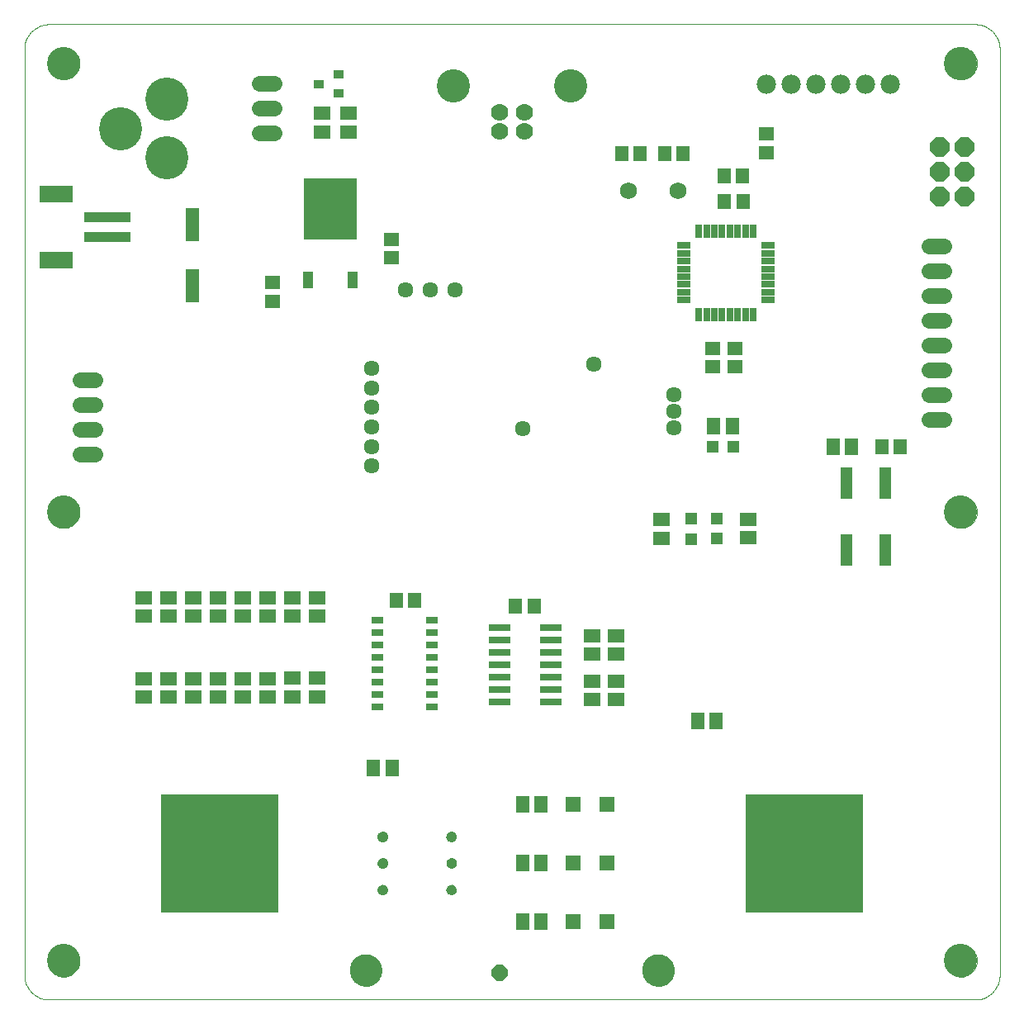
<source format=gts>
G75*
%MOIN*%
%OFA0B0*%
%FSLAX24Y24*%
%IPPOS*%
%LPD*%
%AMOC8*
5,1,8,0,0,1.08239X$1,22.5*
%
%ADD10C,0.0000*%
%ADD11C,0.1300*%
%ADD12R,0.0631X0.0631*%
%ADD13R,0.0552X0.0670*%
%ADD14R,0.0670X0.0552*%
%ADD15R,0.0434X0.0670*%
%ADD16R,0.2166X0.2481*%
%ADD17R,0.0552X0.0631*%
%ADD18R,0.1851X0.0434*%
%ADD19R,0.1379X0.0670*%
%ADD20R,0.0631X0.0552*%
%ADD21R,0.0552X0.1339*%
%ADD22C,0.1740*%
%ADD23OC8,0.0640*%
%ADD24R,0.0512X0.0276*%
%ADD25C,0.0050*%
%ADD26R,0.4764X0.2442*%
%ADD27R,0.0260X0.0540*%
%ADD28R,0.0540X0.0260*%
%ADD29C,0.0690*%
%ADD30C,0.0780*%
%ADD31R,0.0512X0.1300*%
%ADD32R,0.0394X0.0355*%
%ADD33C,0.0640*%
%ADD34OC8,0.0780*%
%ADD35R,0.0512X0.0512*%
%ADD36C,0.0700*%
%ADD37C,0.1340*%
%ADD38R,0.0906X0.0276*%
%ADD39C,0.0634*%
D10*
X002361Y005618D02*
X039731Y005618D01*
X039791Y005620D01*
X039852Y005625D01*
X039911Y005634D01*
X039970Y005647D01*
X040029Y005663D01*
X040086Y005683D01*
X040141Y005706D01*
X040196Y005733D01*
X040248Y005762D01*
X040299Y005795D01*
X040348Y005831D01*
X040394Y005869D01*
X040438Y005911D01*
X040480Y005955D01*
X040518Y006001D01*
X040554Y006050D01*
X040587Y006101D01*
X040616Y006153D01*
X040643Y006208D01*
X040666Y006263D01*
X040686Y006320D01*
X040702Y006379D01*
X040715Y006438D01*
X040724Y006497D01*
X040729Y006558D01*
X040731Y006618D01*
X040731Y043988D01*
X040729Y044048D01*
X040724Y044109D01*
X040715Y044168D01*
X040702Y044227D01*
X040686Y044286D01*
X040666Y044343D01*
X040643Y044398D01*
X040616Y044453D01*
X040587Y044505D01*
X040554Y044556D01*
X040518Y044605D01*
X040480Y044651D01*
X040438Y044695D01*
X040394Y044737D01*
X040348Y044775D01*
X040299Y044811D01*
X040248Y044844D01*
X040196Y044873D01*
X040141Y044900D01*
X040086Y044923D01*
X040029Y044943D01*
X039970Y044959D01*
X039911Y044972D01*
X039852Y044981D01*
X039791Y044986D01*
X039731Y044988D01*
X002361Y044988D01*
X002301Y044986D01*
X002240Y044981D01*
X002181Y044972D01*
X002122Y044959D01*
X002063Y044943D01*
X002006Y044923D01*
X001951Y044900D01*
X001896Y044873D01*
X001844Y044844D01*
X001793Y044811D01*
X001744Y044775D01*
X001698Y044737D01*
X001654Y044695D01*
X001612Y044651D01*
X001574Y044605D01*
X001538Y044556D01*
X001505Y044505D01*
X001476Y044453D01*
X001449Y044398D01*
X001426Y044343D01*
X001406Y044286D01*
X001390Y044227D01*
X001377Y044168D01*
X001368Y044109D01*
X001363Y044048D01*
X001361Y043988D01*
X001361Y006618D01*
X001363Y006558D01*
X001368Y006497D01*
X001377Y006438D01*
X001390Y006379D01*
X001406Y006320D01*
X001426Y006263D01*
X001449Y006208D01*
X001476Y006153D01*
X001505Y006101D01*
X001538Y006050D01*
X001574Y006001D01*
X001612Y005955D01*
X001654Y005911D01*
X001698Y005869D01*
X001744Y005831D01*
X001793Y005795D01*
X001844Y005762D01*
X001896Y005733D01*
X001951Y005706D01*
X002006Y005683D01*
X002063Y005663D01*
X002122Y005647D01*
X002181Y005634D01*
X002240Y005625D01*
X002301Y005620D01*
X002361Y005618D01*
X002286Y007193D02*
X002288Y007243D01*
X002294Y007293D01*
X002304Y007343D01*
X002317Y007391D01*
X002334Y007439D01*
X002355Y007485D01*
X002379Y007529D01*
X002407Y007571D01*
X002438Y007611D01*
X002472Y007648D01*
X002509Y007683D01*
X002548Y007714D01*
X002589Y007743D01*
X002633Y007768D01*
X002679Y007790D01*
X002726Y007808D01*
X002774Y007822D01*
X002823Y007833D01*
X002873Y007840D01*
X002923Y007843D01*
X002974Y007842D01*
X003024Y007837D01*
X003074Y007828D01*
X003122Y007816D01*
X003170Y007799D01*
X003216Y007779D01*
X003261Y007756D01*
X003304Y007729D01*
X003344Y007699D01*
X003382Y007666D01*
X003417Y007630D01*
X003450Y007591D01*
X003479Y007550D01*
X003505Y007507D01*
X003528Y007462D01*
X003547Y007415D01*
X003562Y007367D01*
X003574Y007318D01*
X003582Y007268D01*
X003586Y007218D01*
X003586Y007168D01*
X003582Y007118D01*
X003574Y007068D01*
X003562Y007019D01*
X003547Y006971D01*
X003528Y006924D01*
X003505Y006879D01*
X003479Y006836D01*
X003450Y006795D01*
X003417Y006756D01*
X003382Y006720D01*
X003344Y006687D01*
X003304Y006657D01*
X003261Y006630D01*
X003216Y006607D01*
X003170Y006587D01*
X003122Y006570D01*
X003074Y006558D01*
X003024Y006549D01*
X002974Y006544D01*
X002923Y006543D01*
X002873Y006546D01*
X002823Y006553D01*
X002774Y006564D01*
X002726Y006578D01*
X002679Y006596D01*
X002633Y006618D01*
X002589Y006643D01*
X002548Y006672D01*
X002509Y006703D01*
X002472Y006738D01*
X002438Y006775D01*
X002407Y006815D01*
X002379Y006857D01*
X002355Y006901D01*
X002334Y006947D01*
X002317Y006995D01*
X002304Y007043D01*
X002294Y007093D01*
X002288Y007143D01*
X002286Y007193D01*
X014511Y006799D02*
X014513Y006849D01*
X014519Y006899D01*
X014529Y006948D01*
X014543Y006996D01*
X014560Y007043D01*
X014581Y007088D01*
X014606Y007132D01*
X014634Y007173D01*
X014666Y007212D01*
X014700Y007249D01*
X014737Y007283D01*
X014777Y007313D01*
X014819Y007340D01*
X014863Y007364D01*
X014909Y007385D01*
X014956Y007401D01*
X015004Y007414D01*
X015054Y007423D01*
X015103Y007428D01*
X015154Y007429D01*
X015204Y007426D01*
X015253Y007419D01*
X015302Y007408D01*
X015350Y007393D01*
X015396Y007375D01*
X015441Y007353D01*
X015484Y007327D01*
X015525Y007298D01*
X015564Y007266D01*
X015600Y007231D01*
X015632Y007193D01*
X015662Y007153D01*
X015689Y007110D01*
X015712Y007066D01*
X015731Y007020D01*
X015747Y006972D01*
X015759Y006923D01*
X015767Y006874D01*
X015771Y006824D01*
X015771Y006774D01*
X015767Y006724D01*
X015759Y006675D01*
X015747Y006626D01*
X015731Y006578D01*
X015712Y006532D01*
X015689Y006488D01*
X015662Y006445D01*
X015632Y006405D01*
X015600Y006367D01*
X015564Y006332D01*
X015525Y006300D01*
X015484Y006271D01*
X015441Y006245D01*
X015396Y006223D01*
X015350Y006205D01*
X015302Y006190D01*
X015253Y006179D01*
X015204Y006172D01*
X015154Y006169D01*
X015103Y006170D01*
X015054Y006175D01*
X015004Y006184D01*
X014956Y006197D01*
X014909Y006213D01*
X014863Y006234D01*
X014819Y006258D01*
X014777Y006285D01*
X014737Y006315D01*
X014700Y006349D01*
X014666Y006386D01*
X014634Y006425D01*
X014606Y006466D01*
X014581Y006510D01*
X014560Y006555D01*
X014543Y006602D01*
X014529Y006650D01*
X014519Y006699D01*
X014513Y006749D01*
X014511Y006799D01*
X026322Y006799D02*
X026324Y006849D01*
X026330Y006899D01*
X026340Y006948D01*
X026354Y006996D01*
X026371Y007043D01*
X026392Y007088D01*
X026417Y007132D01*
X026445Y007173D01*
X026477Y007212D01*
X026511Y007249D01*
X026548Y007283D01*
X026588Y007313D01*
X026630Y007340D01*
X026674Y007364D01*
X026720Y007385D01*
X026767Y007401D01*
X026815Y007414D01*
X026865Y007423D01*
X026914Y007428D01*
X026965Y007429D01*
X027015Y007426D01*
X027064Y007419D01*
X027113Y007408D01*
X027161Y007393D01*
X027207Y007375D01*
X027252Y007353D01*
X027295Y007327D01*
X027336Y007298D01*
X027375Y007266D01*
X027411Y007231D01*
X027443Y007193D01*
X027473Y007153D01*
X027500Y007110D01*
X027523Y007066D01*
X027542Y007020D01*
X027558Y006972D01*
X027570Y006923D01*
X027578Y006874D01*
X027582Y006824D01*
X027582Y006774D01*
X027578Y006724D01*
X027570Y006675D01*
X027558Y006626D01*
X027542Y006578D01*
X027523Y006532D01*
X027500Y006488D01*
X027473Y006445D01*
X027443Y006405D01*
X027411Y006367D01*
X027375Y006332D01*
X027336Y006300D01*
X027295Y006271D01*
X027252Y006245D01*
X027207Y006223D01*
X027161Y006205D01*
X027113Y006190D01*
X027064Y006179D01*
X027015Y006172D01*
X026965Y006169D01*
X026914Y006170D01*
X026865Y006175D01*
X026815Y006184D01*
X026767Y006197D01*
X026720Y006213D01*
X026674Y006234D01*
X026630Y006258D01*
X026588Y006285D01*
X026548Y006315D01*
X026511Y006349D01*
X026477Y006386D01*
X026445Y006425D01*
X026417Y006466D01*
X026392Y006510D01*
X026371Y006555D01*
X026354Y006602D01*
X026340Y006650D01*
X026330Y006699D01*
X026324Y006749D01*
X026322Y006799D01*
X038506Y007193D02*
X038508Y007243D01*
X038514Y007293D01*
X038524Y007343D01*
X038537Y007391D01*
X038554Y007439D01*
X038575Y007485D01*
X038599Y007529D01*
X038627Y007571D01*
X038658Y007611D01*
X038692Y007648D01*
X038729Y007683D01*
X038768Y007714D01*
X038809Y007743D01*
X038853Y007768D01*
X038899Y007790D01*
X038946Y007808D01*
X038994Y007822D01*
X039043Y007833D01*
X039093Y007840D01*
X039143Y007843D01*
X039194Y007842D01*
X039244Y007837D01*
X039294Y007828D01*
X039342Y007816D01*
X039390Y007799D01*
X039436Y007779D01*
X039481Y007756D01*
X039524Y007729D01*
X039564Y007699D01*
X039602Y007666D01*
X039637Y007630D01*
X039670Y007591D01*
X039699Y007550D01*
X039725Y007507D01*
X039748Y007462D01*
X039767Y007415D01*
X039782Y007367D01*
X039794Y007318D01*
X039802Y007268D01*
X039806Y007218D01*
X039806Y007168D01*
X039802Y007118D01*
X039794Y007068D01*
X039782Y007019D01*
X039767Y006971D01*
X039748Y006924D01*
X039725Y006879D01*
X039699Y006836D01*
X039670Y006795D01*
X039637Y006756D01*
X039602Y006720D01*
X039564Y006687D01*
X039524Y006657D01*
X039481Y006630D01*
X039436Y006607D01*
X039390Y006587D01*
X039342Y006570D01*
X039294Y006558D01*
X039244Y006549D01*
X039194Y006544D01*
X039143Y006543D01*
X039093Y006546D01*
X039043Y006553D01*
X038994Y006564D01*
X038946Y006578D01*
X038899Y006596D01*
X038853Y006618D01*
X038809Y006643D01*
X038768Y006672D01*
X038729Y006703D01*
X038692Y006738D01*
X038658Y006775D01*
X038627Y006815D01*
X038599Y006857D01*
X038575Y006901D01*
X038554Y006947D01*
X038537Y006995D01*
X038524Y007043D01*
X038514Y007093D01*
X038508Y007143D01*
X038506Y007193D01*
X038506Y025303D02*
X038508Y025353D01*
X038514Y025403D01*
X038524Y025453D01*
X038537Y025501D01*
X038554Y025549D01*
X038575Y025595D01*
X038599Y025639D01*
X038627Y025681D01*
X038658Y025721D01*
X038692Y025758D01*
X038729Y025793D01*
X038768Y025824D01*
X038809Y025853D01*
X038853Y025878D01*
X038899Y025900D01*
X038946Y025918D01*
X038994Y025932D01*
X039043Y025943D01*
X039093Y025950D01*
X039143Y025953D01*
X039194Y025952D01*
X039244Y025947D01*
X039294Y025938D01*
X039342Y025926D01*
X039390Y025909D01*
X039436Y025889D01*
X039481Y025866D01*
X039524Y025839D01*
X039564Y025809D01*
X039602Y025776D01*
X039637Y025740D01*
X039670Y025701D01*
X039699Y025660D01*
X039725Y025617D01*
X039748Y025572D01*
X039767Y025525D01*
X039782Y025477D01*
X039794Y025428D01*
X039802Y025378D01*
X039806Y025328D01*
X039806Y025278D01*
X039802Y025228D01*
X039794Y025178D01*
X039782Y025129D01*
X039767Y025081D01*
X039748Y025034D01*
X039725Y024989D01*
X039699Y024946D01*
X039670Y024905D01*
X039637Y024866D01*
X039602Y024830D01*
X039564Y024797D01*
X039524Y024767D01*
X039481Y024740D01*
X039436Y024717D01*
X039390Y024697D01*
X039342Y024680D01*
X039294Y024668D01*
X039244Y024659D01*
X039194Y024654D01*
X039143Y024653D01*
X039093Y024656D01*
X039043Y024663D01*
X038994Y024674D01*
X038946Y024688D01*
X038899Y024706D01*
X038853Y024728D01*
X038809Y024753D01*
X038768Y024782D01*
X038729Y024813D01*
X038692Y024848D01*
X038658Y024885D01*
X038627Y024925D01*
X038599Y024967D01*
X038575Y025011D01*
X038554Y025057D01*
X038537Y025105D01*
X038524Y025153D01*
X038514Y025203D01*
X038508Y025253D01*
X038506Y025303D01*
X038506Y043413D02*
X038508Y043463D01*
X038514Y043513D01*
X038524Y043563D01*
X038537Y043611D01*
X038554Y043659D01*
X038575Y043705D01*
X038599Y043749D01*
X038627Y043791D01*
X038658Y043831D01*
X038692Y043868D01*
X038729Y043903D01*
X038768Y043934D01*
X038809Y043963D01*
X038853Y043988D01*
X038899Y044010D01*
X038946Y044028D01*
X038994Y044042D01*
X039043Y044053D01*
X039093Y044060D01*
X039143Y044063D01*
X039194Y044062D01*
X039244Y044057D01*
X039294Y044048D01*
X039342Y044036D01*
X039390Y044019D01*
X039436Y043999D01*
X039481Y043976D01*
X039524Y043949D01*
X039564Y043919D01*
X039602Y043886D01*
X039637Y043850D01*
X039670Y043811D01*
X039699Y043770D01*
X039725Y043727D01*
X039748Y043682D01*
X039767Y043635D01*
X039782Y043587D01*
X039794Y043538D01*
X039802Y043488D01*
X039806Y043438D01*
X039806Y043388D01*
X039802Y043338D01*
X039794Y043288D01*
X039782Y043239D01*
X039767Y043191D01*
X039748Y043144D01*
X039725Y043099D01*
X039699Y043056D01*
X039670Y043015D01*
X039637Y042976D01*
X039602Y042940D01*
X039564Y042907D01*
X039524Y042877D01*
X039481Y042850D01*
X039436Y042827D01*
X039390Y042807D01*
X039342Y042790D01*
X039294Y042778D01*
X039244Y042769D01*
X039194Y042764D01*
X039143Y042763D01*
X039093Y042766D01*
X039043Y042773D01*
X038994Y042784D01*
X038946Y042798D01*
X038899Y042816D01*
X038853Y042838D01*
X038809Y042863D01*
X038768Y042892D01*
X038729Y042923D01*
X038692Y042958D01*
X038658Y042995D01*
X038627Y043035D01*
X038599Y043077D01*
X038575Y043121D01*
X038554Y043167D01*
X038537Y043215D01*
X038524Y043263D01*
X038514Y043313D01*
X038508Y043363D01*
X038506Y043413D01*
X002286Y043413D02*
X002288Y043463D01*
X002294Y043513D01*
X002304Y043563D01*
X002317Y043611D01*
X002334Y043659D01*
X002355Y043705D01*
X002379Y043749D01*
X002407Y043791D01*
X002438Y043831D01*
X002472Y043868D01*
X002509Y043903D01*
X002548Y043934D01*
X002589Y043963D01*
X002633Y043988D01*
X002679Y044010D01*
X002726Y044028D01*
X002774Y044042D01*
X002823Y044053D01*
X002873Y044060D01*
X002923Y044063D01*
X002974Y044062D01*
X003024Y044057D01*
X003074Y044048D01*
X003122Y044036D01*
X003170Y044019D01*
X003216Y043999D01*
X003261Y043976D01*
X003304Y043949D01*
X003344Y043919D01*
X003382Y043886D01*
X003417Y043850D01*
X003450Y043811D01*
X003479Y043770D01*
X003505Y043727D01*
X003528Y043682D01*
X003547Y043635D01*
X003562Y043587D01*
X003574Y043538D01*
X003582Y043488D01*
X003586Y043438D01*
X003586Y043388D01*
X003582Y043338D01*
X003574Y043288D01*
X003562Y043239D01*
X003547Y043191D01*
X003528Y043144D01*
X003505Y043099D01*
X003479Y043056D01*
X003450Y043015D01*
X003417Y042976D01*
X003382Y042940D01*
X003344Y042907D01*
X003304Y042877D01*
X003261Y042850D01*
X003216Y042827D01*
X003170Y042807D01*
X003122Y042790D01*
X003074Y042778D01*
X003024Y042769D01*
X002974Y042764D01*
X002923Y042763D01*
X002873Y042766D01*
X002823Y042773D01*
X002774Y042784D01*
X002726Y042798D01*
X002679Y042816D01*
X002633Y042838D01*
X002589Y042863D01*
X002548Y042892D01*
X002509Y042923D01*
X002472Y042958D01*
X002438Y042995D01*
X002407Y043035D01*
X002379Y043077D01*
X002355Y043121D01*
X002334Y043167D01*
X002317Y043215D01*
X002304Y043263D01*
X002294Y043313D01*
X002288Y043363D01*
X002286Y043413D01*
X002286Y025303D02*
X002288Y025353D01*
X002294Y025403D01*
X002304Y025453D01*
X002317Y025501D01*
X002334Y025549D01*
X002355Y025595D01*
X002379Y025639D01*
X002407Y025681D01*
X002438Y025721D01*
X002472Y025758D01*
X002509Y025793D01*
X002548Y025824D01*
X002589Y025853D01*
X002633Y025878D01*
X002679Y025900D01*
X002726Y025918D01*
X002774Y025932D01*
X002823Y025943D01*
X002873Y025950D01*
X002923Y025953D01*
X002974Y025952D01*
X003024Y025947D01*
X003074Y025938D01*
X003122Y025926D01*
X003170Y025909D01*
X003216Y025889D01*
X003261Y025866D01*
X003304Y025839D01*
X003344Y025809D01*
X003382Y025776D01*
X003417Y025740D01*
X003450Y025701D01*
X003479Y025660D01*
X003505Y025617D01*
X003528Y025572D01*
X003547Y025525D01*
X003562Y025477D01*
X003574Y025428D01*
X003582Y025378D01*
X003586Y025328D01*
X003586Y025278D01*
X003582Y025228D01*
X003574Y025178D01*
X003562Y025129D01*
X003547Y025081D01*
X003528Y025034D01*
X003505Y024989D01*
X003479Y024946D01*
X003450Y024905D01*
X003417Y024866D01*
X003382Y024830D01*
X003344Y024797D01*
X003304Y024767D01*
X003261Y024740D01*
X003216Y024717D01*
X003170Y024697D01*
X003122Y024680D01*
X003074Y024668D01*
X003024Y024659D01*
X002974Y024654D01*
X002923Y024653D01*
X002873Y024656D01*
X002823Y024663D01*
X002774Y024674D01*
X002726Y024688D01*
X002679Y024706D01*
X002633Y024728D01*
X002589Y024753D01*
X002548Y024782D01*
X002509Y024813D01*
X002472Y024848D01*
X002438Y024885D01*
X002407Y024925D01*
X002379Y024967D01*
X002355Y025011D01*
X002334Y025057D01*
X002317Y025105D01*
X002304Y025153D01*
X002294Y025203D01*
X002288Y025253D01*
X002286Y025303D01*
D11*
X015141Y006799D03*
X026952Y006799D03*
D12*
X024885Y008767D03*
X023507Y008767D03*
X023507Y011130D03*
X024885Y011130D03*
X024885Y013492D03*
X023507Y013492D03*
D13*
X022208Y013492D03*
X021460Y013492D03*
X021460Y011130D03*
X022208Y011130D03*
X022208Y008767D03*
X021460Y008767D03*
X016205Y014963D03*
X015457Y014963D03*
X028537Y016876D03*
X029285Y016876D03*
X034002Y027925D03*
X034750Y027925D03*
X029935Y028778D03*
X029187Y028778D03*
D14*
X030584Y025006D03*
X030584Y024258D03*
X027073Y024239D03*
X027073Y024987D03*
X025241Y020312D03*
X025241Y019564D03*
X024281Y019564D03*
X024281Y020312D03*
X024281Y018472D03*
X024281Y017724D03*
X025241Y017724D03*
X025241Y018472D03*
X013181Y018592D03*
X013181Y017844D03*
X012181Y017844D03*
X012181Y018592D03*
X011181Y018572D03*
X011181Y017824D03*
X010181Y017824D03*
X010181Y018572D03*
X009181Y018572D03*
X009181Y017824D03*
X008181Y017824D03*
X008181Y018572D03*
X007181Y018572D03*
X007181Y017824D03*
X006181Y017824D03*
X006181Y018572D03*
X006181Y021084D03*
X006181Y021832D03*
X007181Y021832D03*
X007181Y021084D03*
X008181Y021084D03*
X008181Y021832D03*
X009181Y021832D03*
X009181Y021084D03*
X010181Y021084D03*
X010181Y021832D03*
X011181Y021832D03*
X011181Y021084D03*
X012181Y021084D03*
X012181Y021832D03*
X013181Y021832D03*
X013181Y021084D03*
X013361Y040644D03*
X013361Y041392D03*
X014441Y041392D03*
X014441Y040644D03*
D15*
X014598Y034659D03*
X012802Y034659D03*
D16*
X013700Y037533D03*
D17*
X025467Y039758D03*
X026215Y039758D03*
X027207Y039758D03*
X027955Y039758D03*
X029596Y038869D03*
X030344Y038869D03*
X030366Y037838D03*
X029618Y037838D03*
X035971Y027920D03*
X036719Y027920D03*
X021935Y021498D03*
X021187Y021498D03*
X017126Y021730D03*
X016378Y021730D03*
D18*
X004698Y036397D03*
X004698Y037184D03*
D19*
X002651Y038129D03*
X002651Y035452D03*
D20*
X011393Y034558D03*
X011393Y033810D03*
X016161Y035564D03*
X016161Y036312D03*
X029141Y031912D03*
X029141Y031164D03*
X030041Y031164D03*
X030041Y031912D03*
X031301Y039804D03*
X031301Y040552D03*
D21*
X008127Y036908D03*
X008127Y034447D03*
D22*
X007110Y039597D03*
X005259Y040778D03*
X007110Y041959D03*
D23*
X020535Y006697D03*
D24*
X017825Y017432D03*
X017825Y017932D03*
X017825Y018432D03*
X017825Y018932D03*
X017825Y019432D03*
X017825Y019932D03*
X017825Y020432D03*
X017825Y020932D03*
X015620Y020932D03*
X015620Y020432D03*
X015620Y019932D03*
X015620Y019432D03*
X015620Y018932D03*
X015620Y018432D03*
X015620Y017932D03*
X015620Y017432D03*
D25*
X015825Y012363D02*
X015864Y012358D01*
X015901Y012344D01*
X015935Y012323D01*
X015962Y012294D01*
X015983Y012260D01*
X015995Y012223D01*
X015999Y012183D01*
X015994Y012145D01*
X015981Y012108D01*
X015960Y012076D01*
X015933Y012049D01*
X015900Y012029D01*
X015863Y012016D01*
X015825Y012012D01*
X015787Y012016D01*
X015750Y012027D01*
X015717Y012047D01*
X015690Y012073D01*
X015669Y012105D01*
X015655Y012141D01*
X015650Y012179D01*
X015653Y012219D01*
X015666Y012257D01*
X015686Y012292D01*
X015714Y012321D01*
X015747Y012343D01*
X015785Y012358D01*
X015825Y012363D01*
X015797Y012359D02*
X015855Y012359D01*
X015946Y012311D02*
X015704Y012311D01*
X015669Y012262D02*
X015981Y012262D01*
X015996Y012214D02*
X015653Y012214D01*
X015652Y012165D02*
X015997Y012165D01*
X015984Y012117D02*
X015664Y012117D01*
X015695Y012068D02*
X015953Y012068D01*
X015874Y012020D02*
X015774Y012020D01*
X015829Y011291D02*
X015868Y011286D01*
X015905Y011272D01*
X015939Y011251D01*
X015966Y011222D01*
X015987Y011188D01*
X015999Y011151D01*
X016003Y011111D01*
X015998Y011073D01*
X015985Y011036D01*
X015964Y011004D01*
X015937Y010977D01*
X015904Y010957D01*
X015867Y010944D01*
X015829Y010940D01*
X015791Y010944D01*
X015754Y010955D01*
X015721Y010975D01*
X015694Y011001D01*
X015962Y011001D01*
X015990Y011050D02*
X015666Y011050D01*
X015673Y011033D02*
X015659Y011069D01*
X015654Y011107D01*
X015657Y011147D01*
X015670Y011185D01*
X015690Y011220D01*
X015718Y011249D01*
X015751Y011271D01*
X015789Y011286D01*
X015829Y011291D01*
X015713Y011244D02*
X015945Y011244D01*
X015982Y011195D02*
X015676Y011195D01*
X015657Y011147D02*
X015999Y011147D01*
X016001Y011098D02*
X015655Y011098D01*
X015673Y011033D02*
X015694Y011001D01*
X015762Y010953D02*
X015893Y010953D01*
X015826Y010221D02*
X015865Y010216D01*
X015902Y010202D01*
X015936Y010181D01*
X015963Y010152D01*
X015984Y010118D01*
X015996Y010081D01*
X016000Y010041D01*
X015995Y010003D01*
X015982Y009966D01*
X015961Y009934D01*
X015934Y009907D01*
X015901Y009887D01*
X015864Y009874D01*
X015826Y009870D01*
X015788Y009874D01*
X015751Y009885D01*
X015718Y009905D01*
X015691Y009931D01*
X015670Y009963D01*
X015656Y009999D01*
X015651Y010037D01*
X015654Y010077D01*
X015667Y010115D01*
X015687Y010150D01*
X015715Y010179D01*
X015748Y010201D01*
X015786Y010216D01*
X015826Y010221D01*
X015713Y010177D02*
X015939Y010177D01*
X015978Y010128D02*
X015674Y010128D01*
X015655Y010080D02*
X015996Y010080D01*
X015999Y010031D02*
X015652Y010031D01*
X015662Y009983D02*
X015988Y009983D01*
X015962Y009934D02*
X015689Y009934D01*
X015751Y009886D02*
X015898Y009886D01*
X018426Y010037D02*
X018429Y010077D01*
X018442Y010115D01*
X018462Y010150D01*
X018490Y010179D01*
X018523Y010201D01*
X018561Y010216D01*
X018601Y010221D01*
X018640Y010216D01*
X018677Y010202D01*
X018710Y010181D01*
X018738Y010152D01*
X018758Y010118D01*
X018771Y010081D01*
X018775Y010041D01*
X018770Y010003D01*
X018757Y009966D01*
X018736Y009934D01*
X018709Y009907D01*
X018676Y009887D01*
X018639Y009874D01*
X018601Y009870D01*
X018563Y009874D01*
X018526Y009885D01*
X018493Y009905D01*
X018466Y009931D01*
X018444Y009963D01*
X018431Y009999D01*
X018426Y010037D01*
X018427Y010031D02*
X018773Y010031D01*
X018771Y010080D02*
X018430Y010080D01*
X018449Y010128D02*
X018752Y010128D01*
X018714Y010177D02*
X018487Y010177D01*
X018437Y009983D02*
X018763Y009983D01*
X018736Y009934D02*
X018464Y009934D01*
X018525Y009886D02*
X018673Y009886D01*
X018604Y010940D02*
X018642Y010944D01*
X018679Y010957D01*
X018712Y010977D01*
X018739Y011004D01*
X018760Y011036D01*
X018773Y011073D01*
X018778Y011111D01*
X018774Y011151D01*
X018761Y011188D01*
X018741Y011222D01*
X018713Y011251D01*
X018680Y011272D01*
X018643Y011286D01*
X018604Y011291D01*
X018564Y011286D01*
X018526Y011271D01*
X018493Y011249D01*
X018465Y011220D01*
X018445Y011185D01*
X018432Y011147D01*
X018429Y011107D01*
X018434Y011069D01*
X018447Y011033D01*
X018468Y011001D01*
X018496Y010975D01*
X018529Y010955D01*
X018566Y010944D01*
X018604Y010940D01*
X018667Y010953D02*
X018537Y010953D01*
X018469Y011001D02*
X018736Y011001D01*
X018765Y011050D02*
X018441Y011050D01*
X018430Y011098D02*
X018776Y011098D01*
X018774Y011147D02*
X018432Y011147D01*
X018450Y011195D02*
X018757Y011195D01*
X018720Y011244D02*
X018488Y011244D01*
X018562Y012016D02*
X018525Y012027D01*
X018492Y012047D01*
X018464Y012073D01*
X018443Y012105D01*
X018430Y012141D01*
X018425Y012179D01*
X018428Y012219D01*
X018441Y012257D01*
X018461Y012292D01*
X018489Y012321D01*
X018522Y012343D01*
X018560Y012358D01*
X018600Y012363D01*
X018639Y012358D01*
X018676Y012344D01*
X018709Y012323D01*
X018737Y012294D01*
X018757Y012260D01*
X018770Y012223D01*
X018774Y012183D01*
X018769Y012145D01*
X018756Y012108D01*
X018735Y012076D01*
X018708Y012049D01*
X018675Y012029D01*
X018638Y012016D01*
X018600Y012012D01*
X018562Y012016D01*
X018548Y012020D02*
X018649Y012020D01*
X018727Y012068D02*
X018470Y012068D01*
X018439Y012117D02*
X018759Y012117D01*
X018771Y012165D02*
X018427Y012165D01*
X018428Y012214D02*
X018771Y012214D01*
X018756Y012262D02*
X018443Y012262D01*
X018479Y012311D02*
X018721Y012311D01*
X018629Y012359D02*
X018572Y012359D01*
D26*
X009235Y012704D03*
X009235Y010342D03*
X032857Y010342D03*
X032857Y012704D03*
D27*
X030783Y033268D03*
X030469Y033268D03*
X030154Y033268D03*
X029839Y033268D03*
X029524Y033268D03*
X029209Y033268D03*
X028894Y033268D03*
X028579Y033268D03*
X028579Y036648D03*
X028894Y036648D03*
X029209Y036648D03*
X029524Y036648D03*
X029839Y036648D03*
X030154Y036648D03*
X030469Y036648D03*
X030783Y036648D03*
D28*
X031371Y036060D03*
X031371Y035745D03*
X031371Y035430D03*
X031371Y035115D03*
X031371Y034800D03*
X031371Y034485D03*
X031371Y034170D03*
X031371Y033855D03*
X027991Y033855D03*
X027991Y034170D03*
X027991Y034485D03*
X027991Y034800D03*
X027991Y035115D03*
X027991Y035430D03*
X027991Y035745D03*
X027991Y036060D03*
D29*
X027741Y038258D03*
X025741Y038258D03*
D30*
X031301Y042578D03*
X032301Y042578D03*
X033301Y042578D03*
X034301Y042578D03*
X035301Y042578D03*
X036301Y042578D03*
D31*
X036117Y026452D03*
X034543Y026452D03*
X034543Y023775D03*
X036117Y023775D03*
D32*
X014055Y042204D03*
X014055Y042952D03*
X013228Y042578D03*
D33*
X011441Y042584D02*
X010841Y042584D01*
X010841Y041584D02*
X011441Y041584D01*
X011441Y040584D02*
X010841Y040584D01*
X004211Y030630D02*
X003611Y030630D01*
X003611Y029630D02*
X004211Y029630D01*
X004211Y028630D02*
X003611Y028630D01*
X003611Y027630D02*
X004211Y027630D01*
X037886Y029038D02*
X038486Y029038D01*
X038486Y030038D02*
X037886Y030038D01*
X037886Y031038D02*
X038486Y031038D01*
X038486Y032038D02*
X037886Y032038D01*
X037886Y033038D02*
X038486Y033038D01*
X038486Y034038D02*
X037886Y034038D01*
X037886Y035038D02*
X038486Y035038D01*
X038486Y036038D02*
X037886Y036038D01*
D34*
X038307Y038025D03*
X039307Y038025D03*
X039307Y039025D03*
X038307Y039025D03*
X038307Y040025D03*
X039307Y040025D03*
D35*
X029974Y027938D03*
X029148Y027938D03*
X029324Y025045D03*
X029324Y024219D03*
X028273Y024200D03*
X028273Y025026D03*
D36*
X021538Y040664D03*
X021538Y041444D03*
X020554Y041444D03*
X020554Y040664D03*
D37*
X018676Y042514D03*
X023416Y042514D03*
X039156Y043413D03*
X039156Y025303D03*
X039156Y007193D03*
X002936Y007193D03*
X002936Y025303D03*
X002936Y043413D03*
D38*
X020552Y020632D03*
X020552Y020132D03*
X020552Y019632D03*
X020552Y019132D03*
X020552Y018632D03*
X020552Y018132D03*
X020552Y017632D03*
X022599Y017632D03*
X022599Y018132D03*
X022599Y018632D03*
X022599Y019132D03*
X022599Y019632D03*
X022599Y020132D03*
X022599Y020632D03*
D39*
X015393Y027161D03*
X015393Y027948D03*
X015393Y028736D03*
X015393Y029523D03*
X015393Y030311D03*
X015393Y031098D03*
X016752Y034254D03*
X017752Y034254D03*
X018752Y034254D03*
X021484Y028679D03*
X024332Y031254D03*
X027593Y030031D03*
X027593Y029362D03*
X027593Y028693D03*
M02*

</source>
